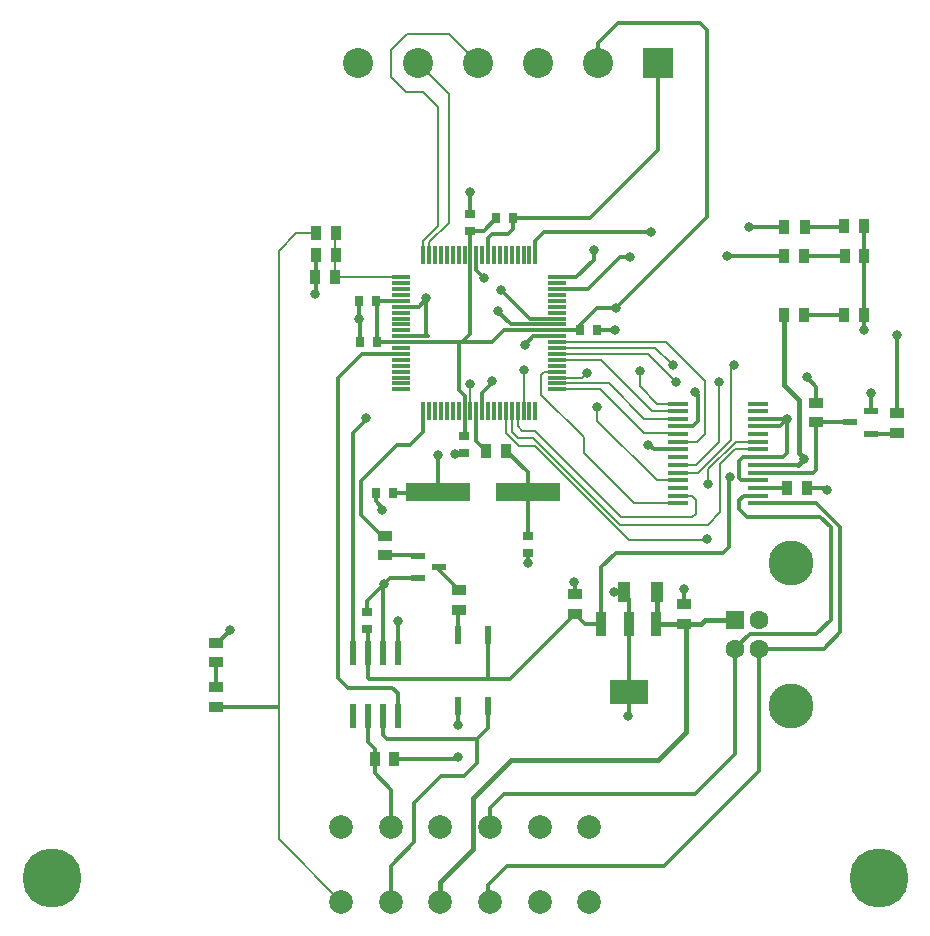
<source format=gtl>
%FSLAX23Y23*%
%MOIN*%
G70*
G01*
G75*
G04 Layer_Physical_Order=1*
G04 Layer_Color=255*
%ADD10R,0.012X0.063*%
%ADD11R,0.049X0.035*%
%ADD12R,0.020X0.059*%
%ADD13R,0.047X0.024*%
%ADD14R,0.035X0.049*%
%ADD15R,0.063X0.012*%
%ADD16R,0.035X0.083*%
%ADD17R,0.130X0.083*%
%ADD18R,0.071X0.014*%
%ADD19R,0.217X0.059*%
%ADD20R,0.033X0.031*%
%ADD21R,0.031X0.033*%
%ADD22R,0.024X0.081*%
%ADD23R,0.039X0.069*%
%ADD24R,0.033X0.051*%
%ADD25R,0.051X0.033*%
%ADD26C,0.012*%
%ADD27C,0.008*%
%ADD28C,0.016*%
%ADD29C,0.006*%
%ADD30C,0.063*%
%ADD31R,0.063X0.063*%
%ADD32C,0.150*%
%ADD33R,0.100X0.100*%
%ADD34C,0.100*%
%ADD35C,0.197*%
%ADD36C,0.079*%
%ADD37C,0.032*%
D10*
X10120Y4511D02*
D03*
X10159Y5031D02*
D03*
X10120D02*
D03*
X10140D02*
D03*
X10317D02*
D03*
X10356D02*
D03*
X10376D02*
D03*
X10396D02*
D03*
X10238Y4511D02*
D03*
X10140D02*
D03*
X10218Y5031D02*
D03*
X10199D02*
D03*
X10179D02*
D03*
X10474Y4511D02*
D03*
X10494D02*
D03*
X10474Y5031D02*
D03*
X10415Y4511D02*
D03*
X10455Y5031D02*
D03*
X10435Y4511D02*
D03*
X10396D02*
D03*
X10376D02*
D03*
X10159D02*
D03*
X10179D02*
D03*
X10199D02*
D03*
X10218D02*
D03*
X10258D02*
D03*
X10277D02*
D03*
X10297D02*
D03*
X10317D02*
D03*
X10337D02*
D03*
X10356D02*
D03*
X10455D02*
D03*
X10238Y5031D02*
D03*
X10258D02*
D03*
X10277D02*
D03*
X10297D02*
D03*
X10415D02*
D03*
X10435D02*
D03*
X10337D02*
D03*
X10494D02*
D03*
D11*
X9994Y4097D02*
D03*
X10238Y3916D02*
D03*
Y3850D02*
D03*
X9994Y4031D02*
D03*
X10625Y3836D02*
D03*
Y3902D02*
D03*
X10990Y3869D02*
D03*
Y3803D02*
D03*
X9430Y3740D02*
D03*
Y3674D02*
D03*
X11700Y4504D02*
D03*
Y4438D02*
D03*
X11430Y4474D02*
D03*
Y4540D02*
D03*
D12*
X10337Y3529D02*
D03*
X10237D02*
D03*
Y3765D02*
D03*
X10337D02*
D03*
D13*
X10173Y3993D02*
D03*
X10103Y3956D02*
D03*
Y4030D02*
D03*
X11542Y4474D02*
D03*
X11612Y4511D02*
D03*
Y4437D02*
D03*
D14*
X9958Y3351D02*
D03*
X10024D02*
D03*
X10331Y4379D02*
D03*
X10397D02*
D03*
X11400Y4255D02*
D03*
X11334D02*
D03*
X9829Y5033D02*
D03*
X9763D02*
D03*
X9827Y4960D02*
D03*
X9761D02*
D03*
X9763Y5104D02*
D03*
X9829D02*
D03*
X11524Y5130D02*
D03*
X11590D02*
D03*
X11525Y5029D02*
D03*
X11591D02*
D03*
X11524Y4832D02*
D03*
X11590D02*
D03*
D15*
X10047Y4958D02*
D03*
X10567Y4741D02*
D03*
X10047Y4722D02*
D03*
Y4781D02*
D03*
Y4801D02*
D03*
Y4820D02*
D03*
Y4840D02*
D03*
Y4938D02*
D03*
X10567Y4663D02*
D03*
Y4682D02*
D03*
X10047Y4623D02*
D03*
Y4643D02*
D03*
X10567D02*
D03*
Y4722D02*
D03*
Y4702D02*
D03*
Y4623D02*
D03*
Y4604D02*
D03*
Y4584D02*
D03*
Y4761D02*
D03*
Y4781D02*
D03*
Y4801D02*
D03*
Y4820D02*
D03*
Y4860D02*
D03*
Y4879D02*
D03*
Y4899D02*
D03*
Y4938D02*
D03*
X10047Y4584D02*
D03*
Y4604D02*
D03*
Y4663D02*
D03*
Y4702D02*
D03*
Y4741D02*
D03*
Y4761D02*
D03*
Y4860D02*
D03*
Y4879D02*
D03*
Y4899D02*
D03*
Y4919D02*
D03*
X10567Y4840D02*
D03*
X10047Y4682D02*
D03*
X10567Y4919D02*
D03*
Y4958D02*
D03*
D16*
X10896Y3801D02*
D03*
X10805D02*
D03*
X10714D02*
D03*
D17*
X10805Y3577D02*
D03*
D18*
X11236Y4205D02*
D03*
Y4230D02*
D03*
Y4333D02*
D03*
Y4281D02*
D03*
Y4358D02*
D03*
Y4384D02*
D03*
Y4409D02*
D03*
Y4435D02*
D03*
Y4461D02*
D03*
Y4486D02*
D03*
Y4512D02*
D03*
Y4537D02*
D03*
X10968Y4205D02*
D03*
Y4230D02*
D03*
Y4256D02*
D03*
Y4281D02*
D03*
Y4307D02*
D03*
Y4333D02*
D03*
Y4358D02*
D03*
Y4384D02*
D03*
Y4409D02*
D03*
Y4435D02*
D03*
Y4461D02*
D03*
Y4486D02*
D03*
Y4512D02*
D03*
Y4537D02*
D03*
X11236Y4256D02*
D03*
Y4307D02*
D03*
D19*
X10168Y4242D02*
D03*
X10468D02*
D03*
D20*
X10277Y5113D02*
D03*
Y5169D02*
D03*
X10255Y4372D02*
D03*
Y4428D02*
D03*
X10470Y4040D02*
D03*
Y4096D02*
D03*
X9934Y3841D02*
D03*
Y3785D02*
D03*
D21*
X9911Y4742D02*
D03*
X9967D02*
D03*
X10698Y4782D02*
D03*
X10642D02*
D03*
X9962Y4240D02*
D03*
X10018D02*
D03*
X9906Y4880D02*
D03*
X9962D02*
D03*
X10364Y5154D02*
D03*
X10420D02*
D03*
D22*
X9885Y3495D02*
D03*
X10035Y3705D02*
D03*
X9935D02*
D03*
X9885D02*
D03*
X10035Y3495D02*
D03*
X9985Y3705D02*
D03*
Y3495D02*
D03*
X9935D02*
D03*
D23*
X10790Y3909D02*
D03*
X10900D02*
D03*
D24*
X11392Y5127D02*
D03*
X11324D02*
D03*
X11391Y5029D02*
D03*
X11323D02*
D03*
X11390Y4831D02*
D03*
X11322D02*
D03*
D25*
X9430Y3524D02*
D03*
Y3592D02*
D03*
D26*
X10120Y4442D02*
Y4511D01*
X10077Y4399D02*
X10120Y4442D01*
X10032Y4399D02*
X10077D01*
X9913Y4280D02*
X10032Y4399D01*
X9913Y4167D02*
Y4280D01*
Y4167D02*
X9983Y4097D01*
X9994D01*
Y4031D02*
X10102D01*
X10173Y3981D02*
X10238Y3916D01*
X10173Y3981D02*
Y3993D01*
X10237Y3765D02*
Y3849D01*
X9938Y3620D02*
X10409D01*
X9935Y3623D02*
Y3784D01*
X10337Y3620D02*
Y3765D01*
X10299Y3339D02*
Y3418D01*
X10256Y3296D02*
X10299Y3339D01*
X10180Y3296D02*
X10256D01*
X10091Y3207D02*
X10180Y3296D01*
X10091Y3074D02*
Y3207D01*
X10012Y2995D02*
X10091Y3074D01*
X10012Y2876D02*
Y2995D01*
X10237Y3467D02*
Y3529D01*
X10227Y3351D02*
X10236Y3360D01*
X10024Y3351D02*
X10227D01*
X10337Y3456D02*
Y3529D01*
X10299Y3418D02*
X10337Y3456D01*
X10000Y3418D02*
X10299D01*
X9985Y3433D02*
X10000Y3418D01*
X9985Y3433D02*
Y3495D01*
X9958Y3304D02*
Y3386D01*
X9935Y3409D02*
Y3495D01*
Y3409D02*
X9958Y3386D01*
Y3304D02*
X10012Y3250D01*
Y3126D02*
Y3250D01*
X10470Y4096D02*
Y4240D01*
X10762Y4855D02*
X11066Y5159D01*
Y5782D01*
X11044Y5804D02*
X11066Y5782D01*
X10768Y5804D02*
X11044D01*
X10702Y5738D02*
X10768Y5804D01*
X10702Y5673D02*
Y5738D01*
X10902Y5381D02*
Y5673D01*
X10675Y5154D02*
X10902Y5381D01*
X10420Y5154D02*
X10675D01*
X9934Y3785D02*
X9935Y3784D01*
X10388Y4781D02*
X10641D01*
X10277Y4768D02*
Y5113D01*
X10258Y4430D02*
Y4561D01*
X9962Y4880D02*
X9967Y4875D01*
X9967Y4741D02*
X10348D01*
X10251D02*
X10277Y4768D01*
X9962Y4879D02*
X10047D01*
X9967Y4742D02*
Y4875D01*
X9868Y3590D02*
X10016D01*
X9917Y4702D02*
X10047D01*
X9836Y4621D02*
X9917Y4702D01*
X9836Y3622D02*
Y4621D01*
Y3622D02*
X9868Y3590D01*
X10016D02*
X10035Y3571D01*
Y3495D02*
Y3571D01*
X10409Y3620D02*
X10625Y3836D01*
X9935Y3623D02*
X9938Y3620D01*
X10035Y3705D02*
Y3811D01*
X10036Y3812D01*
X10381Y4916D02*
X10477Y4820D01*
X10567D01*
X10412Y4801D02*
X10567D01*
X10370Y4843D02*
X10412Y4801D01*
X10370Y4843D02*
Y4844D01*
X9930Y4483D02*
Y4488D01*
X9885Y4438D02*
X9930Y4483D01*
X9885Y3705D02*
Y4438D01*
X10420Y5119D02*
Y5154D01*
X10402Y5101D02*
X10420Y5119D01*
X10350Y5101D02*
X10402D01*
X10337Y5088D02*
X10350Y5101D01*
X10337Y5031D02*
Y5088D01*
X10324Y5113D02*
X10364Y5154D01*
X10277Y5113D02*
X10324D01*
X10238Y4581D02*
Y4740D01*
Y4581D02*
X10258Y4561D01*
X10348Y4741D02*
X10388Y4781D01*
X10168Y4242D02*
Y4363D01*
X10018Y4240D02*
X10166D01*
X10397Y4379D02*
X10468Y4308D01*
Y4242D02*
Y4308D01*
X10297Y4412D02*
X10331Y4379D01*
X10297Y4412D02*
Y4511D01*
X10255Y4428D02*
X10258Y4430D01*
X9967Y4742D02*
X9967Y4741D01*
X9827Y5031D02*
X9829Y5033D01*
X10641Y4781D02*
X10642Y4782D01*
Y4798D01*
X10699Y4855D01*
X10762D01*
X10968Y4461D02*
X11018D01*
X11036Y4479D01*
Y4567D01*
X11027Y4576D02*
X11036Y4567D01*
X11141Y4060D02*
Y4291D01*
X11121Y4040D02*
X11141Y4060D01*
X10762Y4040D02*
X11121D01*
X10714Y3992D02*
X10762Y4040D01*
X10714Y3801D02*
Y3992D01*
X11236Y4333D02*
X11371D01*
X11236Y4256D02*
X11333D01*
X11161Y3369D02*
Y3721D01*
X11189Y4230D02*
X11236D01*
X11173Y4214D02*
X11189Y4230D01*
X11173Y4186D02*
Y4214D01*
Y4186D02*
X11199Y4160D01*
X11444D01*
X11479Y4125D01*
Y3817D02*
Y4125D01*
X11430Y3768D02*
X11479Y3817D01*
X11208Y3768D02*
X11430D01*
X11161Y3721D02*
X11208Y3768D01*
X11236Y4205D02*
X11431D01*
X11511Y4125D01*
Y3774D02*
Y4125D01*
X11455Y3718D02*
X11511Y3774D01*
X11240Y3718D02*
X11455D01*
X11027Y3235D02*
X11161Y3369D01*
X10390Y3235D02*
X11027D01*
X10343Y3188D02*
X10390Y3235D01*
X10343Y3126D02*
Y3188D01*
X11240Y3312D02*
Y3718D01*
X10924Y2996D02*
X11240Y3312D01*
X10398Y2996D02*
X10924D01*
X10335Y2933D02*
X10398Y2996D01*
X10335Y2880D02*
Y2933D01*
X10805Y3499D02*
Y3885D01*
X10803Y3497D02*
X10805Y3499D01*
X10755Y3909D02*
X10758Y3906D01*
X10784D01*
X10624Y3942D02*
X10625Y3941D01*
Y3902D02*
Y3941D01*
Y3836D02*
X10659Y3801D01*
X10714D01*
X9430Y3524D02*
X9636D01*
X9430Y3592D02*
Y3674D01*
X11236Y4307D02*
X11421D01*
X11430Y4316D01*
Y4474D01*
X11430Y4474D01*
X11542D01*
X11612Y4437D02*
X11699D01*
X11430Y4540D02*
Y4593D01*
X11399Y4624D02*
X11430Y4593D01*
X10576Y4919D02*
X10671D01*
X10776Y5024D01*
X10809D01*
X11134Y5029D02*
X11323D01*
X10494Y5031D02*
Y5078D01*
X10524Y5108D01*
X11205Y5127D02*
X11324D01*
X10524Y5108D02*
X10878D01*
X10567Y4958D02*
X10629D01*
X10688Y5017D01*
Y5047D01*
X10690Y5049D01*
X11700Y4504D02*
Y4764D01*
X11390Y4831D02*
X11523D01*
X11524Y4832D01*
X11391Y5029D02*
X11525D01*
X11392Y5127D02*
X11521D01*
X9430Y3740D02*
X9435D01*
X9477Y3782D01*
X9985Y3705D02*
Y3928D01*
X9991Y3937D02*
X9994D01*
X10010Y3956D02*
X10103D01*
X9934Y3841D02*
Y3880D01*
X10010Y3956D01*
X9985Y3928D02*
X9994Y3937D01*
X9962Y4211D02*
Y4240D01*
Y4211D02*
X9983Y4190D01*
Y4182D02*
Y4190D01*
X10228Y4372D02*
X10255D01*
X10225Y4369D02*
X10228Y4372D01*
X10317Y4511D02*
Y4572D01*
X10351Y4606D01*
Y4613D01*
X10487Y4761D02*
X10567D01*
X10458Y4732D02*
X10487Y4761D01*
X10458Y4731D02*
Y4732D01*
X10698Y4782D02*
X10759D01*
X10277Y5169D02*
Y5243D01*
X9763Y4962D02*
Y5033D01*
X9762Y4961D02*
X9763Y4962D01*
X9761Y4902D02*
X9762Y4903D01*
Y4961D01*
X9905Y4819D02*
X9906D01*
X9911Y4742D02*
Y4814D01*
X9906Y4819D02*
X9911Y4814D01*
X9906Y4819D02*
Y4880D01*
X10047Y4860D02*
X10105D01*
X10047Y4761D02*
X10135D01*
X10130Y4766D02*
X10135Y4761D01*
X10105Y4860D02*
X10130Y4885D01*
Y4766D02*
Y4890D01*
X10888Y4384D02*
X10968D01*
X10874Y4398D02*
X10888Y4384D01*
X10870Y4398D02*
X10874D01*
X11236Y4486D02*
X11332D01*
X11333Y4485D01*
X11236Y4461D02*
X11309D01*
X11333Y4485D01*
X11318Y4358D02*
X11333Y4373D01*
Y4485D01*
X11179Y4281D02*
X11236D01*
X11172Y4288D02*
X11179Y4281D01*
X11172Y4288D02*
Y4344D01*
X11186Y4358D01*
X11318D01*
X11400Y4255D02*
X11460D01*
X11465Y4250D01*
X11612Y4511D02*
Y4572D01*
X11613Y4573D01*
X10990Y3869D02*
Y3919D01*
X10991Y3920D01*
X10470Y4005D02*
Y4040D01*
Y4005D02*
X10471Y4004D01*
X11590Y4781D02*
Y5130D01*
X10297Y4981D02*
Y5031D01*
Y4981D02*
X10323Y4955D01*
D27*
X9638Y3086D02*
X9847Y2876D01*
X9638Y5045D02*
X9697Y5104D01*
X9763D01*
X9827Y5102D02*
X9829Y5104D01*
X9827Y4960D02*
Y5102D01*
Y4960D02*
X9829Y4958D01*
X10047D01*
X10206Y5769D02*
X10302Y5673D01*
X10066Y5769D02*
X10206D01*
X10014Y5717D02*
X10066Y5769D01*
X10014Y5626D02*
Y5717D01*
Y5626D02*
X10064Y5576D01*
X10119D01*
X10171Y5524D01*
Y5130D02*
Y5524D01*
X10120Y5079D02*
X10171Y5130D01*
X10120Y5031D02*
Y5079D01*
X10102Y5673D02*
X10205Y5570D01*
Y5140D02*
Y5570D01*
X10140Y5075D02*
X10205Y5140D01*
X10140Y5031D02*
Y5075D01*
X10277Y4511D02*
Y4600D01*
X10275Y4602D02*
X10277Y4600D01*
X10168Y4364D02*
X10168Y4363D01*
X9638Y3086D02*
Y5045D01*
D28*
X11371Y4333D02*
X11390Y4352D01*
X10897Y3803D02*
X11045D01*
X10177Y2876D02*
Y2943D01*
X10990Y3803D02*
X10997Y3796D01*
Y3443D02*
Y3796D01*
X10904Y3350D02*
X10997Y3443D01*
X10414Y3350D02*
X10904D01*
X10286Y3222D02*
X10414Y3350D01*
X10286Y3052D02*
Y3222D01*
X10177Y2943D02*
X10286Y3052D01*
X10900Y3806D02*
Y3909D01*
X10897Y3803D02*
X10900Y3806D01*
X11045Y3803D02*
X11058Y3816D01*
X11161D01*
X11372Y4371D02*
X11390Y4353D01*
X11372Y4371D02*
Y4550D01*
X11322Y4600D02*
X11372Y4550D01*
X11322Y4600D02*
Y4831D01*
D29*
X11071Y4268D02*
Y4318D01*
X11061Y4082D02*
X11065Y4086D01*
X10807Y4082D02*
X11061D01*
X10494Y4395D02*
X10807Y4082D01*
X10440Y4395D02*
X10494D01*
X10426Y4409D02*
X10440Y4395D01*
X10426Y4409D02*
Y4410D01*
X10396Y4440D02*
X10426Y4410D01*
X10396Y4440D02*
Y4511D01*
X11071Y4318D02*
X11162Y4409D01*
X11236D01*
X10415Y4443D02*
Y4511D01*
X11159Y4384D02*
X11236D01*
X11111Y4336D02*
X11159Y4384D01*
X11111Y4174D02*
Y4336D01*
X11068Y4131D02*
X11111Y4174D01*
X10776Y4131D02*
X11068D01*
X10485Y4422D02*
X10776Y4131D01*
X10436Y4422D02*
X10485D01*
X10415Y4443D02*
X10436Y4422D01*
X10455Y4511D02*
Y4648D01*
X10900Y4537D02*
X10968D01*
X10842Y4595D02*
X10900Y4537D01*
X10842Y4595D02*
Y4647D01*
X10455Y4648D02*
X10457D01*
X10435Y4461D02*
Y4511D01*
Y4461D02*
X10450Y4446D01*
X10493D01*
X10781Y4158D01*
X11017D01*
X11029Y4170D01*
Y4216D01*
X11015Y4230D02*
X11029Y4216D01*
X10968Y4230D02*
X11015D01*
X10523Y4643D02*
X10567D01*
X10512Y4632D02*
X10523Y4643D01*
X10512Y4567D02*
Y4632D01*
Y4567D02*
X10655Y4424D01*
Y4373D02*
Y4424D01*
Y4373D02*
X10823Y4205D01*
X10968D01*
X10567Y4623D02*
X10651D01*
X10666Y4638D01*
X10699Y4526D02*
X10700Y4527D01*
X10699Y4480D02*
Y4526D01*
Y4480D02*
X10898Y4281D01*
X10968D01*
X10567Y4584D02*
X10710D01*
X10856Y4438D01*
X10965D01*
X10968Y4307D02*
X11037D01*
X11147Y4417D01*
Y4659D01*
X11155Y4667D01*
X10947Y4674D02*
X10954Y4667D01*
X10942Y4674D02*
X10947D01*
X10968Y4333D02*
X11031D01*
X11106Y4408D01*
Y4608D01*
X10871Y4702D02*
X10964Y4609D01*
X10567Y4702D02*
X10871D01*
X10894Y4722D02*
X10942Y4674D01*
X10567Y4722D02*
X10894D01*
X10968Y4409D02*
X11032D01*
X11059Y4436D01*
Y4611D01*
X10929Y4741D02*
X11059Y4611D01*
X10567Y4741D02*
X10929D01*
X10567Y4604D02*
X10739D01*
X10857Y4486D01*
X10968D01*
X10567Y4682D02*
X10712D01*
X10882Y4512D01*
X10968D01*
D30*
X11240Y3718D02*
D03*
X11161D02*
D03*
X11240Y3816D02*
D03*
D31*
X11161D02*
D03*
D32*
X11346Y4004D02*
D03*
Y3530D02*
D03*
D33*
X10902Y5673D02*
D03*
D34*
X10702D02*
D03*
X10502D02*
D03*
X10302D02*
D03*
X10102D02*
D03*
X9902D02*
D03*
D35*
X11638Y2954D02*
D03*
X8882D02*
D03*
D36*
X10673Y2876D02*
D03*
X10508D02*
D03*
X10343D02*
D03*
X10177D02*
D03*
X10012D02*
D03*
X9847D02*
D03*
Y3126D02*
D03*
X10012D02*
D03*
X10177D02*
D03*
X10343D02*
D03*
X10508D02*
D03*
X10673D02*
D03*
D37*
X10237Y3467D02*
D03*
X10236Y3360D02*
D03*
X10036Y3812D02*
D03*
X10381Y4916D02*
D03*
X10370Y4844D02*
D03*
X9930Y4488D02*
D03*
X10275Y4602D02*
D03*
X10168Y4364D02*
D03*
X10762Y4855D02*
D03*
X11027Y4576D02*
D03*
X11142Y4292D02*
D03*
X11071Y4268D02*
D03*
X11065Y4086D02*
D03*
X10842Y4647D02*
D03*
X10457Y4648D02*
D03*
X10666Y4638D02*
D03*
X10700Y4527D02*
D03*
X11155Y4667D02*
D03*
X10954D02*
D03*
X11106Y4608D02*
D03*
X10964Y4609D02*
D03*
X10803Y3497D02*
D03*
X10755Y3909D02*
D03*
X10624Y3942D02*
D03*
X11399Y4624D02*
D03*
X10809Y5024D02*
D03*
X11134Y5029D02*
D03*
X10878Y5108D02*
D03*
X11205Y5127D02*
D03*
X10690Y5049D02*
D03*
X11700Y4764D02*
D03*
X9477Y3782D02*
D03*
X9991Y3937D02*
D03*
X9983Y4182D02*
D03*
X10225Y4369D02*
D03*
X10351Y4613D02*
D03*
X10458Y4731D02*
D03*
X10759Y4782D02*
D03*
X10277Y5243D02*
D03*
X9761Y4902D02*
D03*
X9905Y4819D02*
D03*
X10130Y4890D02*
D03*
X10870Y4398D02*
D03*
X11333Y4485D02*
D03*
X11465Y4250D02*
D03*
X11390Y4353D02*
D03*
X11613Y4573D02*
D03*
X11590Y4781D02*
D03*
X10991Y3920D02*
D03*
X10471Y4004D02*
D03*
X10323Y4955D02*
D03*
M02*

</source>
